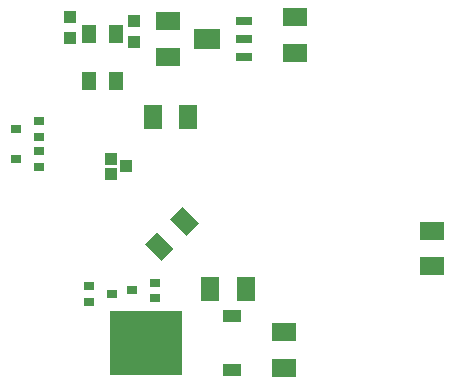
<source format=gbp>
G75*
%MOIN*%
%OFA0B0*%
%FSLAX24Y24*%
%IPPOS*%
%LPD*%
%AMOC8*
5,1,8,0,0,1.08239X$1,22.5*
%
%ADD10R,0.0591X0.0787*%
%ADD11R,0.0354X0.0276*%
%ADD12R,0.0425X0.0413*%
%ADD13R,0.2441X0.2126*%
%ADD14R,0.0630X0.0394*%
%ADD15R,0.0551X0.0315*%
%ADD16R,0.0866X0.0709*%
%ADD17R,0.0787X0.0591*%
%ADD18R,0.0400X0.0400*%
%ADD19R,0.0512X0.0630*%
D10*
G36*
X007909Y005861D02*
X007492Y005444D01*
X006937Y005999D01*
X007354Y006416D01*
X007909Y005861D01*
G37*
G36*
X008744Y006697D02*
X008327Y006280D01*
X007772Y006835D01*
X008189Y007252D01*
X008744Y006697D01*
G37*
X009125Y004523D03*
X010306Y004523D03*
X008381Y010248D03*
X007200Y010248D03*
D11*
X005091Y004092D03*
X005091Y004604D03*
X005839Y004348D03*
X006529Y004473D03*
X007277Y004729D03*
X007277Y004217D03*
X003402Y008592D03*
X003402Y009104D03*
X003402Y009592D03*
X003402Y010104D03*
X002654Y009848D03*
X002654Y008848D03*
D12*
X006590Y012753D03*
X006590Y013442D03*
X004465Y013567D03*
X004465Y012878D03*
D13*
X006981Y002723D03*
D14*
X009855Y003621D03*
X009855Y001825D03*
D15*
X010245Y012257D03*
X010245Y012848D03*
X010245Y013439D03*
D16*
X009032Y012848D03*
D17*
X007715Y013439D03*
X007715Y012257D03*
X011965Y012382D03*
X011965Y013564D03*
X016528Y006451D03*
X016528Y005270D03*
X011590Y003064D03*
X011590Y001882D03*
D18*
X005815Y008348D03*
X005815Y008348D03*
X006315Y008598D03*
X006315Y008598D03*
X005815Y008848D03*
X005815Y008848D03*
D19*
X005981Y011436D03*
X005075Y011436D03*
X005075Y013010D03*
X005981Y013010D03*
M02*

</source>
